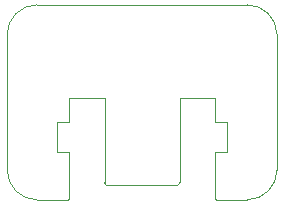
<source format=gm1>
G04 #@! TF.GenerationSoftware,KiCad,Pcbnew,8.0.3*
G04 #@! TF.CreationDate,2025-02-02T16:59:22+13:00*
G04 #@! TF.ProjectId,wii-nunchuk-pcb,7769692d-6e75-46e6-9368-756b2d706362,rev?*
G04 #@! TF.SameCoordinates,Original*
G04 #@! TF.FileFunction,Profile,NP*
%FSLAX46Y46*%
G04 Gerber Fmt 4.6, Leading zero omitted, Abs format (unit mm)*
G04 Created by KiCad (PCBNEW 8.0.3) date 2025-02-02 16:59:22*
%MOMM*%
%LPD*%
G01*
G04 APERTURE LIST*
G04 #@! TA.AperFunction,Profile*
%ADD10C,0.050000*%
G04 #@! TD*
G04 APERTURE END LIST*
D10*
X90061051Y-58311051D02*
X90061051Y-69741051D01*
X92601051Y-72281051D02*
X93871051Y-72281051D01*
X92601051Y-55771051D02*
X92601051Y-55771051D01*
X110381051Y-55771051D02*
X92601051Y-55771051D01*
X110381051Y-55771051D02*
G75*
G02*
X112921149Y-58311051I49J-2540049D01*
G01*
X90061051Y-58311051D02*
G75*
G02*
X92601051Y-55771051I2539999J1D01*
G01*
X92601051Y-72281051D02*
G75*
G02*
X90061149Y-69741051I49J2539951D01*
G01*
X112921051Y-69741051D02*
X112921051Y-58311051D01*
X109111051Y-72281051D02*
X110381051Y-72281051D01*
X112921051Y-69741051D02*
G75*
G02*
X110381051Y-72281051I-2539951J-49D01*
G01*
X94316051Y-65701051D02*
X94316051Y-68241051D01*
X94316051Y-65701051D02*
X95316051Y-65701051D01*
X95141051Y-72281051D02*
X93871051Y-72281051D01*
X95316051Y-63701051D02*
X95316051Y-65701051D01*
X95316051Y-63701051D02*
X98316051Y-63701051D01*
X95316051Y-68241051D02*
X94316051Y-68241051D01*
X95316051Y-68241051D02*
X95316051Y-72241051D01*
X95316051Y-72241051D02*
X95141051Y-72281051D01*
X98316051Y-63701051D02*
X98316051Y-70833251D01*
X98544651Y-71061851D02*
X104412051Y-71061851D01*
X104666051Y-63701051D02*
X104666051Y-70807851D01*
X104666051Y-63701051D02*
X107666051Y-63701051D01*
X107666051Y-63701051D02*
X107666051Y-65701051D01*
X107666051Y-68241051D02*
X107666051Y-72241051D01*
X107666051Y-72241051D02*
X107841051Y-72281051D01*
X107841051Y-72281051D02*
X107841051Y-72281051D01*
X107841051Y-72281051D02*
X107841051Y-72281051D01*
X107841051Y-72281051D02*
X109111051Y-72281051D01*
X108666051Y-65701051D02*
X107666051Y-65701051D01*
X108666051Y-65701051D02*
X108666051Y-68241051D01*
X108666051Y-68241051D02*
X107666051Y-68241051D01*
X98544651Y-71061851D02*
G75*
G02*
X98316051Y-70833251I-1J228599D01*
G01*
X104666051Y-70807851D02*
G75*
G02*
X104412051Y-71061851I-254000J0D01*
G01*
M02*

</source>
